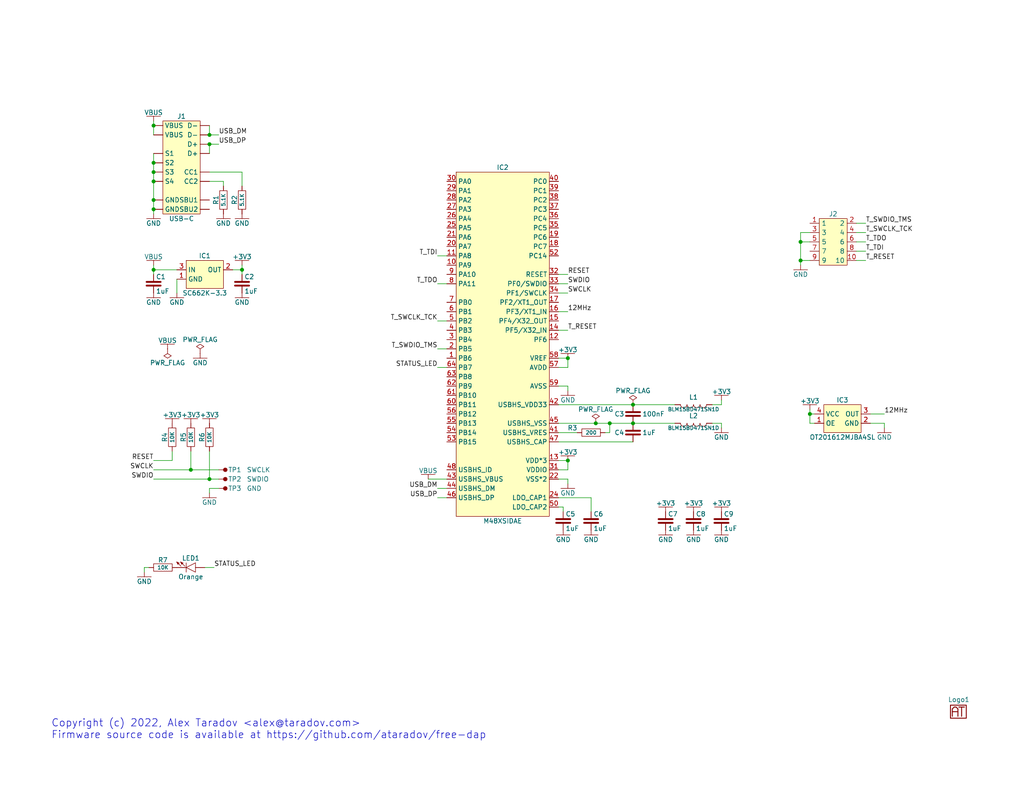
<source format=kicad_sch>
(kicad_sch (version 20211123) (generator eeschema)
  (paper "USLetter")
  (title_block (date "2022-07-20") (rev "1"))
  (lib_symbols
    (symbol "ataradov_conn:Conn-5x2" (pin_names (offset 0.635))
      (property "Reference" "J?" (at 0 7.62 0))
      (symbol "Conn-5x2_0_1"
        (rectangle (start -3.81 6.35) (end 3.81 -6.35) (fill (type background)))
      )
      (symbol "Conn-5x2_1_1"
        (pin passive line (at -6.35 5.08 0) (length 2.54) (name "1") (number "1"))
        (pin passive line (at 6.35 -5.08 180) (length 2.54) (name "10") (number "10"))
        (pin passive line (at 6.35 5.08 180) (length 2.54) (name "2") (number "2"))
        (pin passive line (at -6.35 2.54 0) (length 2.54) (name "3") (number "3"))
        (pin passive line (at 6.35 2.54 180) (length 2.54) (name "4") (number "4"))
        (pin passive line (at -6.35 0 0) (length 2.54) (name "5") (number "5"))
        (pin passive line (at 6.35 0 180) (length 2.54) (name "6") (number "6"))
        (pin passive line (at -6.35 -2.54 0) (length 2.54) (name "7") (number "7"))
        (pin passive line (at 6.35 -2.54 180) (length 2.54) (name "8") (number "8"))
        (pin passive line (at -6.35 -5.08 0) (length 2.54) (name "9") (number "9"))
      )
    )
    (symbol "ataradov_conn:USB-C" (pin_numbers hide)
      (property "Reference" "J?" (at 0 12.7 0))
      (property "Value" "USB-C" (at 0 -15.24 0))
      (symbol "USB-C_0_1"
        (rectangle (start -5.08 11.43) (end 5.08 -13.97) (fill (type background)))
      )
      (symbol "USB-C_1_1"
        (pin bidirectional line (at 7.62 -2.54 180) (length 2.54) (name "CC1") (number "CC1"))
        (pin bidirectional line (at 7.62 -5.08 180) (length 2.54) (name "CC2") (number "CC2"))
        (pin bidirectional line (at 7.62 5.08 180) (length 2.54) (name "D+") (number "D+1"))
        (pin bidirectional line (at 7.62 2.54 180) (length 2.54) (name "D+") (number "D+2"))
        (pin bidirectional line (at 7.62 10.16 180) (length 2.54) (name "D-") (number "D-1"))
        (pin bidirectional line (at 7.62 7.62 180) (length 2.54) (name "D-") (number "D-2"))
        (pin passive line (at -7.62 -10.16 0) (length 2.54) (name "GND") (number "GND1"))
        (pin passive line (at -7.62 -12.7 0) (length 2.54) (name "GND") (number "GND2"))
        (pin passive line (at -7.62 2.54 0) (length 2.54) (name "S1") (number "S1"))
        (pin passive line (at -7.62 0 0) (length 2.54) (name "S2") (number "S2"))
        (pin passive line (at -7.62 -2.54 0) (length 2.54) (name "S3") (number "S3"))
        (pin passive line (at -7.62 -5.08 0) (length 2.54) (name "S4") (number "S4"))
        (pin bidirectional line (at 7.62 -10.16 180) (length 2.54) (name "SBU1") (number "SBU1"))
        (pin bidirectional line (at 7.62 -12.7 180) (length 2.54) (name "SBU2") (number "SBU2"))
        (pin passive line (at -7.62 10.16 0) (length 2.54) (name "VBUS") (number "VBUS1"))
        (pin passive line (at -7.62 7.62 0) (length 2.54) (name "VBUS") (number "VBUS2"))
      )
    )
    (symbol "ataradov_crystal:DSC61XX-MHz"
      (property "Reference" "IC?" (at 0 3.81 0))
      (property "Value" "DSC61XX-MHz" (at 0 -6.35 0))
      (symbol "DSC61XX-MHz_0_1"
        (rectangle (start -5.08 2.54) (end 5.08 -5.08) (fill (type background)))
      )
      (symbol "DSC61XX-MHz_1_1"
        (pin passive line (at -7.62 -2.54 0) (length 2.54) (name "OE") (number "1"))
        (pin power_in line (at 7.62 -2.54 180) (length 2.54) (name "GND") (number "2"))
        (pin output line (at 7.62 0 180) (length 2.54) (name "OUT") (number "3"))
        (pin power_in line (at -7.62 0 0) (length 2.54) (name "VCC") (number "4"))
      )
    )
    (symbol "ataradov_led:LED" (pin_numbers hide) (pin_names (offset 1.016) hide)
      (property "Reference" "LED?" (at 0 2.54 0))
      (property "Value" "LED" (at 0 -2.54 0))
      (symbol "LED_0_1"
        (polyline (pts (xy 1.27 1.27) (xy 1.27 -1.27)))
        (polyline (pts (xy 2.1336 1.2192) (xy 2.4892 0.8636)))
        (polyline (pts (xy 2.794 1.524) (xy 2.2352 1.1684)))
        (polyline (pts (xy 2.794 1.524) (xy 2.4384 0.9652)))
        (polyline (pts (xy 3.2004 1.2192) (xy 3.556 0.8636)))
        (polyline (pts (xy 3.8608 1.524) (xy 3.302 1.1684)))
        (polyline (pts (xy 3.8608 1.524) (xy 3.4544 0.9652)))
        (polyline (pts (xy -1.27 1.27) (xy -1.27 -1.27) (xy 1.27 0) (xy -1.27 1.27)))
        (polyline (pts (xy 1.6256 0.3556) (xy 2.794 1.524) (xy 2.1336 1.2192) (xy 2.794 1.524) (xy 2.4892 0.8636)))
        (polyline (pts (xy 2.6924 0.3556) (xy 3.8608 1.524) (xy 3.2004 1.2192) (xy 3.8608 1.524) (xy 3.556 0.8636)))
      )
      (symbol "LED_1_1"
        (pin passive line (at -3.81 0 0) (length 2.54) (name "A") (number "1"))
        (pin passive line (at 3.81 0 180) (length 2.54) (name "K") (number "2"))
      )
    )
    (symbol "ataradov_mcu:M48XSIDAE"
      (property "Reference" "IC?" (at 0 44.45 0))
      (property "Value" "M48XSIDAE" (at 0 -52.07 0))
      (symbol "M48XSIDAE_1_0"
        (pin bidirectional line (at -15.24 -7.62 0) (length 2.54) (name "PB6") (number "1"))
        (pin bidirectional line (at -15.24 17.78 0) (length 2.54) (name "PA9") (number "10"))
        (pin bidirectional line (at -15.24 20.32 0) (length 2.54) (name "PA8") (number "11"))
        (pin bidirectional line (at 15.24 -2.54 180) (length 2.54) (name "PF6") (number "12"))
        (pin power_in line (at 15.24 -35.56 180) (length 2.54) (name "VDD*3") (number "13"))
        (pin bidirectional line (at 15.24 0 180) (length 2.54) (name "PF5/X32_IN") (number "14"))
        (pin bidirectional line (at 15.24 2.54 180) (length 2.54) (name "PF4/X32_OUT") (number "15"))
        (pin bidirectional line (at 15.24 5.08 180) (length 2.54) (name "PF3/XT1_IN") (number "16"))
        (pin bidirectional line (at 15.24 7.62 180) (length 2.54) (name "PF2/XT1_OUT") (number "17"))
        (pin bidirectional line (at 15.24 22.86 180) (length 2.54) (name "PC7") (number "18"))
        (pin bidirectional line (at 15.24 25.4 180) (length 2.54) (name "PC6") (number "19"))
        (pin bidirectional line (at -15.24 -5.08 0) (length 2.54) (name "PB5") (number "2"))
        (pin bidirectional line (at -15.24 22.86 0) (length 2.54) (name "PA7") (number "20"))
        (pin bidirectional line (at -15.24 25.4 0) (length 2.54) (name "PA6") (number "21"))
        (pin power_in line (at 15.24 -40.64 180) (length 2.54) (name "VSS*2") (number "22"))
        (pin power_in line (at 15.24 -35.56 180) (length 2.54) hide (name "VDD") (number "23"))
        (pin passive line (at 15.24 -45.72 180) (length 2.54) (name "LDO_CAP1") (number "24"))
        (pin bidirectional line (at -15.24 27.94 0) (length 2.54) (name "PA5") (number "25"))
        (pin bidirectional line (at -15.24 30.48 0) (length 2.54) (name "PA4") (number "26"))
        (pin bidirectional line (at -15.24 33.02 0) (length 2.54) (name "PA3") (number "27"))
        (pin bidirectional line (at -15.24 35.56 0) (length 2.54) (name "PA2") (number "28"))
        (pin bidirectional line (at -15.24 38.1 0) (length 2.54) (name "PA1") (number "29"))
        (pin bidirectional line (at -15.24 -2.54 0) (length 2.54) (name "PB4") (number "3"))
        (pin bidirectional line (at -15.24 40.64 0) (length 2.54) (name "PA0") (number "30"))
        (pin power_in line (at 15.24 -38.1 180) (length 2.54) (name "VDDIO") (number "31"))
        (pin input line (at 15.24 15.24 180) (length 2.54) (name "RESET") (number "32"))
        (pin bidirectional line (at 15.24 12.7 180) (length 2.54) (name "PF0/SWDIO") (number "33"))
        (pin bidirectional line (at 15.24 10.16 180) (length 2.54) (name "PF1/SWCLK") (number "34"))
        (pin bidirectional line (at 15.24 27.94 180) (length 2.54) (name "PC5") (number "35"))
        (pin bidirectional line (at 15.24 30.48 180) (length 2.54) (name "PC4") (number "36"))
        (pin bidirectional line (at 15.24 33.02 180) (length 2.54) (name "PC3") (number "37"))
        (pin bidirectional line (at 15.24 35.56 180) (length 2.54) (name "PC2") (number "38"))
        (pin bidirectional line (at 15.24 38.1 180) (length 2.54) (name "PC1") (number "39"))
        (pin bidirectional line (at -15.24 0 0) (length 2.54) (name "PB3") (number "4"))
        (pin bidirectional line (at 15.24 40.64 180) (length 2.54) (name "PC0") (number "40"))
        (pin passive line (at 15.24 -27.94 180) (length 2.54) (name "USBHS_VRES") (number "41"))
        (pin power_in line (at 15.24 -20.32 180) (length 2.54) (name "USBHS_VDD33") (number "42"))
        (pin input line (at -15.24 -40.64 0) (length 2.54) (name "USBHS_VBUS") (number "43"))
        (pin bidirectional line (at -15.24 -43.18 0) (length 2.54) (name "USBHS_DM") (number "44"))
        (pin power_in line (at 15.24 -25.4 180) (length 2.54) (name "USBHS_VSS") (number "45"))
        (pin bidirectional line (at -15.24 -45.72 0) (length 2.54) (name "USBHS_DP") (number "46"))
        (pin passive line (at 15.24 -30.48 180) (length 2.54) (name "USBHS_CAP") (number "47"))
        (pin bidirectional line (at -15.24 -38.1 0) (length 2.54) (name "USBHS_ID") (number "48"))
        (pin power_in line (at 15.24 -40.64 180) (length 2.54) hide (name "VSS") (number "49"))
        (pin bidirectional line (at -15.24 2.54 0) (length 2.54) (name "PB2") (number "5"))
        (pin passive line (at 15.24 -48.26 180) (length 2.54) (name "LDO_CAP2") (number "50"))
        (pin power_in line (at 15.24 -35.56 180) (length 2.54) hide (name "VDD") (number "51"))
        (pin bidirectional line (at 15.24 20.32 180) (length 2.54) (name "PC14") (number "52"))
        (pin bidirectional line (at -15.24 -30.48 0) (length 2.54) (name "PB15") (number "53"))
        (pin bidirectional line (at -15.24 -27.94 0) (length 2.54) (name "PB14") (number "54"))
        (pin bidirectional line (at -15.24 -25.4 0) (length 2.54) (name "PB13") (number "55"))
        (pin bidirectional line (at -15.24 -22.86 0) (length 2.54) (name "PB12") (number "56"))
        (pin power_in line (at 15.24 -10.16 180) (length 2.54) (name "AVDD") (number "57"))
        (pin power_in line (at 15.24 -7.62 180) (length 2.54) (name "VREF") (number "58"))
        (pin power_in line (at 15.24 -15.24 180) (length 2.54) (name "AVSS") (number "59"))
        (pin bidirectional line (at -15.24 5.08 0) (length 2.54) (name "PB1") (number "6"))
        (pin bidirectional line (at -15.24 -20.32 0) (length 2.54) (name "PB11") (number "60"))
        (pin bidirectional line (at -15.24 -17.78 0) (length 2.54) (name "PB10") (number "61"))
        (pin bidirectional line (at -15.24 -15.24 0) (length 2.54) (name "PB9") (number "62"))
        (pin bidirectional line (at -15.24 -12.7 0) (length 2.54) (name "PB8") (number "63"))
        (pin bidirectional line (at -15.24 -10.16 0) (length 2.54) (name "PB7") (number "64"))
        (pin bidirectional line (at -15.24 7.62 0) (length 2.54) (name "PB0") (number "7"))
        (pin bidirectional line (at -15.24 12.7 0) (length 2.54) (name "PA11") (number "8"))
        (pin bidirectional line (at -15.24 15.24 0) (length 2.54) (name "PA10") (number "9"))
      )
      (symbol "M48XSIDAE_1_1"
        (rectangle (start -12.7 43.18) (end 12.7 -50.8) (fill (type background)))
      )
    )
    (symbol "ataradov_misc:Logo" (pin_numbers hide) (pin_names (offset 0) hide)
      (property "Reference" "Logo?" (at 0 3.302 0))
      (symbol "Logo_0_1"
        (rectangle (start -2.286 1.778) (end 2.032 -1.778) (stroke (width 0.254)))
        (polyline (pts (xy -1.778 0) (xy -0.254 0)) (stroke (width 0.254)))
        (polyline (pts (xy -1.778 0.762) (xy -1.778 -1.27)) (stroke (width 0.254)))
        (polyline (pts (xy -1.778 0.762) (xy -1.27 1.27)) (stroke (width 0.254)))
        (polyline (pts (xy -1.27 1.27) (xy -0.762 1.27)) (stroke (width 0.254)))
        (polyline (pts (xy -0.254 0.762) (xy -0.762 1.27)) (stroke (width 0.254)))
        (polyline (pts (xy -0.254 0.762) (xy -0.254 -1.27)) (stroke (width 0.254)))
        (polyline (pts (xy 0 1.27) (xy 1.524 1.27)) (stroke (width 0.254)))
        (polyline (pts (xy 0.762 1.27) (xy 0.762 -1.27)) (stroke (width 0.254)))
      )
    )
    (symbol "ataradov_misc:TestPoint" (pin_numbers hide) (pin_names hide)
      (property "Reference" "TP?" (at 2.54 0 0))
      (property "Value" "TestPoint" (at 7.62 0 0))
      (symbol "TestPoint_0_1"
        (circle (center 1.778 0) (radius 0.508) (fill (type outline)))
      )
      (symbol "TestPoint_1_1"
        (pin passive line (at 0 0 0) (length 1.78) (name "1") (number "1"))
      )
    )
    (symbol "ataradov_pwr:+3V3" (power) (pin_names (offset 0))
      (property "Value" "+3V3" (at 0 2.286 0))
      (symbol "+3V3_0_1"
        (polyline (pts (xy -1.905 1.27) (xy 0 1.27)))
        (polyline (pts (xy 0 0) (xy 0 1.27)))
        (polyline (pts (xy 0 1.27) (xy 1.905 1.27)))
      )
      (symbol "+3V3_1_1"
        (pin power_in line (at 0 0 90) (length 0) hide (name "+3V3") (number "1"))
      )
    )
    (symbol "ataradov_pwr:GND" (power) (pin_names (offset 0))
      (property "Value" "GND" (at 0 -2.54 0))
      (symbol "GND_0_1"
        (polyline (pts (xy -1.905 -1.27) (xy 1.905 -1.27)))
        (polyline (pts (xy 0 0) (xy 0 -1.27)))
      )
      (symbol "GND_1_1"
        (pin power_in line (at 0 0 270) (length 0) hide (name "GND") (number "1"))
      )
    )
    (symbol "ataradov_pwr:VBUS" (power) (pin_names (offset 0))
      (property "Value" "VBUS" (at 0 2.286 0))
      (symbol "VBUS_0_1"
        (polyline (pts (xy -1.905 1.27) (xy 0 1.27)))
        (polyline (pts (xy 0 0) (xy 0 1.27)))
        (polyline (pts (xy 0 1.27) (xy 1.905 1.27)))
      )
      (symbol "VBUS_1_1"
        (pin power_in line (at 0 0 90) (length 0) hide (name "VBUS") (number "1"))
      )
    )
    (symbol "ataradov_rlc:C" (pin_numbers hide) (pin_names hide)
      (property "Reference" "C?" (at 0.635 1.905 0))
      (property "Value" "C" (at 0.635 -2.032 0))
      (symbol "C_0_1"
        (polyline (pts (xy -1.905 -0.508) (xy 1.905 -0.508)) (stroke (width 0.5)))
        (polyline (pts (xy -1.905 0.508) (xy 1.905 0.508)) (stroke (width 0.5)))
      )
      (symbol "C_1_1"
        (pin passive line (at 0 -2.54 90) (length 1.905) (name "1") (number "1"))
        (pin passive line (at 0 2.54 270) (length 1.905) (name "2") (number "2"))
      )
    )
    (symbol "ataradov_rlc:L" (pin_numbers hide) (pin_names hide)
      (property "Reference" "L?" (at 0 2.032 0))
      (property "Value" "L" (at 0 -1.27 0))
      (symbol "L_0_1"
        (arc (start -3.556 0.0114) (mid -2.6731 -0.9431) (end -1.778 0))
        (arc (start -1.778 0) (mid -0.883 -0.9344) (end 0 0.0113))
        (arc (start 0 0.0114) (mid 0.8829 -0.9478) (end 1.778 0))
        (arc (start 1.778 0) (mid 2.6731 -0.9415) (end 3.556 0.0113))
      )
      (symbol "L_1_1"
        (pin passive line (at -5.08 0 0) (length 1.52) (name "1") (number "1"))
        (pin passive line (at 5.08 0 180) (length 1.52) (name "2") (number "2"))
      )
    )
    (symbol "ataradov_rlc:R" (pin_numbers hide) (pin_names hide)
      (property "Reference" "R?" (at 0 2.032 0))
      (property "Value" "R" (at 0 0 0))
      (symbol "R_0_1"
        (rectangle (start -2.54 1.016) (end 2.54 -1.016))
      )
      (symbol "R_1_1"
        (pin passive line (at -3.81 0 0) (length 1.27) (name "1") (number "1"))
        (pin passive line (at 3.81 0 180) (length 1.27) (name "2") (number "2"))
      )
    )
    (symbol "ataradov_vreg:SC662K"
      (property "Reference" "IC?" (at 0 6.35 0))
      (property "Value" "SC662K" (at 0 -3.81 0))
      (symbol "SC662K_0_1"
        (rectangle (start -5.08 5.08) (end 5.08 -2.54) (fill (type background)))
      )
      (symbol "SC662K_1_1"
        (pin power_in line (at -7.62 0 0) (length 2.54) (name "GND") (number "1"))
        (pin power_out line (at 7.62 2.54 180) (length 2.54) (name "OUT") (number "2"))
        (pin power_in line (at -7.62 2.54 0) (length 2.54) (name "IN") (number "3"))
      )
    )
    (symbol "power:PWR_FLAG" (power) (pin_numbers hide) (pin_names (offset 0) hide)
      (property "Value" "PWR_FLAG" (at 0 3.81 0))
      (symbol "PWR_FLAG_0_0"
        (pin power_out line (at 0 0 90) (length 0) (name "pwr") (number "1"))
      )
      (symbol "PWR_FLAG_0_1"
        (polyline (pts (xy 0 0) (xy 0 1.27) (xy -1.016 1.905) (xy 0 2.54) (xy 1.016 1.905) (xy 0 1.27)))
      )
    )
  )
  (junction (at 154.94 125.73))
  (junction (at 57.15 130.81))
  (junction (at 41.91 34.29))
  (junction (at 41.91 46.99))
  (junction (at 218.44 66.04))
  (junction (at 172.72 110.49))
  (junction (at 220.98 113.03))
  (junction (at 41.91 54.61))
  (junction (at 172.72 115.57))
  (junction (at 41.91 57.15))
  (junction (at 166.37 115.57))
  (junction (at 162.56 115.57))
  (junction (at 218.44 71.12))
  (junction (at 57.15 39.37))
  (junction (at 66.04 73.66))
  (junction (at 41.91 73.66))
  (junction (at 41.91 49.53))
  (junction (at 154.94 97.79))
  (junction (at 41.91 44.45))
  (junction (at 57.15 36.83))
  (junction (at 52.07 128.27))
  (wire (pts (xy 121.92 87.63) (xy 119.38 87.63)))
  (wire (pts (xy 162.56 115.57) (xy 166.37 115.57)))
  (wire (pts (xy 41.91 74.93) (xy 41.91 73.66)))
  (wire (pts (xy 121.92 100.33) (xy 119.38 100.33)))
  (wire (pts (xy 152.4 105.41) (xy 154.94 105.41)))
  (wire (pts (xy 218.44 66.04) (xy 218.44 63.5)))
  (wire (pts (xy 41.91 44.45) (xy 41.91 46.99)))
  (wire (pts (xy 220.98 111.76) (xy 220.98 113.03)))
  (wire (pts (xy 57.15 34.29) (xy 57.15 36.83)))
  (wire (pts (xy 52.07 123.19) (xy 52.07 128.27)))
  (wire (pts (xy 41.91 54.61) (xy 41.91 57.15)))
  (wire (pts (xy 152.4 85.09) (xy 154.94 85.09)))
  (wire (pts (xy 121.92 77.47) (xy 119.38 77.47)))
  (wire (pts (xy 233.68 63.5) (xy 236.22 63.5)))
  (wire (pts (xy 116.84 130.81) (xy 121.92 130.81)))
  (wire (pts (xy 52.07 128.27) (xy 59.69 128.27)))
  (wire (pts (xy 152.4 135.89) (xy 161.29 135.89)))
  (wire (pts (xy 57.15 39.37) (xy 59.69 39.37)))
  (wire (pts (xy 121.92 95.25) (xy 119.38 95.25)))
  (wire (pts (xy 41.91 73.66) (xy 48.26 73.66)))
  (wire (pts (xy 153.67 138.43) (xy 153.67 139.7)))
  (wire (pts (xy 172.72 110.49) (xy 184.15 110.49)))
  (wire (pts (xy 60.96 49.53) (xy 60.96 50.8)))
  (wire (pts (xy 48.26 76.2) (xy 48.26 80.01)))
  (wire (pts (xy 57.15 123.19) (xy 57.15 130.81)))
  (wire (pts (xy 152.4 125.73) (xy 154.94 125.73)))
  (wire (pts (xy 152.4 110.49) (xy 172.72 110.49)))
  (wire (pts (xy 152.4 74.93) (xy 154.94 74.93)))
  (wire (pts (xy 152.4 120.65) (xy 172.72 120.65)))
  (wire (pts (xy 241.3 115.57) (xy 241.3 116.84)))
  (wire (pts (xy 152.4 138.43) (xy 153.67 138.43)))
  (wire (pts (xy 154.94 97.79) (xy 154.94 100.33)))
  (wire (pts (xy 63.5 73.66) (xy 66.04 73.66)))
  (wire (pts (xy 41.91 130.81) (xy 57.15 130.81)))
  (wire (pts (xy 152.4 118.11) (xy 157.48 118.11)))
  (wire (pts (xy 57.15 134.62) (xy 57.15 133.35)))
  (wire (pts (xy 218.44 71.12) (xy 220.98 71.12)))
  (wire (pts (xy 57.15 130.81) (xy 59.69 130.81)))
  (wire (pts (xy 152.4 80.01) (xy 154.94 80.01)))
  (wire (pts (xy 39.37 154.94) (xy 40.64 154.94)))
  (wire (pts (xy 66.04 74.93) (xy 66.04 73.66)))
  (wire (pts (xy 218.44 66.04) (xy 220.98 66.04)))
  (wire (pts (xy 194.31 110.49) (xy 196.85 110.49)))
  (wire (pts (xy 194.31 115.57) (xy 196.85 115.57)))
  (wire (pts (xy 196.85 116.84) (xy 196.85 115.57)))
  (wire (pts (xy 57.15 46.99) (xy 66.04 46.99)))
  (wire (pts (xy 220.98 113.03) (xy 220.98 115.57)))
  (wire (pts (xy 154.94 105.41) (xy 154.94 106.68)))
  (wire (pts (xy 66.04 46.99) (xy 66.04 50.8)))
  (wire (pts (xy 152.4 130.81) (xy 154.94 130.81)))
  (wire (pts (xy 154.94 130.81) (xy 154.94 132.08)))
  (wire (pts (xy 218.44 72.39) (xy 218.44 71.12)))
  (wire (pts (xy 165.1 118.11) (xy 166.37 118.11)))
  (wire (pts (xy 237.49 113.03) (xy 241.3 113.03)))
  (wire (pts (xy 233.68 71.12) (xy 236.22 71.12)))
  (wire (pts (xy 41.91 125.73) (xy 46.99 125.73)))
  (wire (pts (xy 172.72 115.57) (xy 184.15 115.57)))
  (wire (pts (xy 218.44 63.5) (xy 220.98 63.5)))
  (wire (pts (xy 152.4 97.79) (xy 154.94 97.79)))
  (wire (pts (xy 57.15 36.83) (xy 59.69 36.83)))
  (wire (pts (xy 39.37 156.21) (xy 39.37 154.94)))
  (wire (pts (xy 41.91 72.39) (xy 41.91 73.66)))
  (wire (pts (xy 41.91 57.15) (xy 41.91 58.42)))
  (wire (pts (xy 154.94 125.73) (xy 154.94 128.27)))
  (wire (pts (xy 121.92 69.85) (xy 119.38 69.85)))
  (wire (pts (xy 119.38 133.35) (xy 121.92 133.35)))
  (wire (pts (xy 152.4 77.47) (xy 154.94 77.47)))
  (wire (pts (xy 41.91 34.29) (xy 41.91 36.83)))
  (wire (pts (xy 55.88 154.94) (xy 58.42 154.94)))
  (wire (pts (xy 233.68 66.04) (xy 236.22 66.04)))
  (wire (pts (xy 57.15 39.37) (xy 57.15 41.91)))
  (wire (pts (xy 166.37 115.57) (xy 166.37 118.11)))
  (wire (pts (xy 222.25 115.57) (xy 220.98 115.57)))
  (wire (pts (xy 152.4 115.57) (xy 162.56 115.57)))
  (wire (pts (xy 46.99 125.73) (xy 46.99 123.19)))
  (wire (pts (xy 152.4 90.17) (xy 154.94 90.17)))
  (wire (pts (xy 222.25 113.03) (xy 220.98 113.03)))
  (wire (pts (xy 41.91 46.99) (xy 41.91 49.53)))
  (wire (pts (xy 66.04 72.39) (xy 66.04 73.66)))
  (wire (pts (xy 237.49 115.57) (xy 241.3 115.57)))
  (wire (pts (xy 233.68 68.58) (xy 236.22 68.58)))
  (wire (pts (xy 166.37 115.57) (xy 172.72 115.57)))
  (wire (pts (xy 152.4 100.33) (xy 154.94 100.33)))
  (wire (pts (xy 57.15 49.53) (xy 60.96 49.53)))
  (wire (pts (xy 41.91 49.53) (xy 41.91 54.61)))
  (wire (pts (xy 161.29 135.89) (xy 161.29 139.7)))
  (wire (pts (xy 152.4 128.27) (xy 154.94 128.27)))
  (wire (pts (xy 196.85 109.22) (xy 196.85 110.49)))
  (wire (pts (xy 57.15 133.35) (xy 59.69 133.35)))
  (wire (pts (xy 41.91 41.91) (xy 41.91 44.45)))
  (wire (pts (xy 233.68 60.96) (xy 236.22 60.96)))
  (wire (pts (xy 41.91 33.02) (xy 41.91 34.29)))
  (wire (pts (xy 41.91 128.27) (xy 52.07 128.27)))
  (wire (pts (xy 218.44 71.12) (xy 218.44 66.04)))
  (wire (pts (xy 119.38 135.89) (xy 121.92 135.89)))
  (text "Copyright (c) 2022, Alex Taradov <alex@taradov.com>\nFirmware source code is available at https://github.com/ataradov/free-dap" (at 13.97 201.93 0) (effects (font (size 2 2)) (justify left bottom)))
  (label "12MHz" (at 154.94 85.09 0))
  (label "SWCLK" (at 154.94 80.01 0))
  (label "T_SWCLK_TCK" (at 236.22 63.5 0))
  (label "USB_DP" (at 59.69 39.37 0))
  (label "USB_DP" (at 119.38 135.89 180))
  (label "T_RESET" (at 236.22 71.12 0))
  (label "T_SWDIO_TMS" (at 236.22 60.96 0))
  (label "USB_DM" (at 59.69 36.83 0))
  (label "RESET" (at 41.91 125.73 180))
  (label "SWCLK" (at 41.91 128.27 180))
  (label "SWDIO" (at 41.91 130.81 180))
  (label "12MHz" (at 241.3 113.03 0))
  (label "T_RESET" (at 154.94 90.17 0))
  (label "T_SWCLK_TCK" (at 119.38 87.63 180))
  (label "T_TDO" (at 119.38 77.47 180))
  (label "T_TDI" (at 236.22 68.58 0))
  (label "T_TDO" (at 236.22 66.04 0))
  (label "STATUS_LED" (at 58.42 154.94 0))
  (label "STATUS_LED" (at 119.38 100.33 180))
  (label "T_TDI" (at 119.38 69.85 180))
  (label "SWDIO" (at 154.94 77.47 0))
  (label "USB_DM" (at 119.38 133.35 180))
  (label "RESET" (at 154.94 74.93 0))
  (label "T_SWDIO_TMS" (at 119.38 95.25 180))
  (symbol (lib_id "ataradov_conn:Conn-5x2") (at 227.33 66.04 0) (unit 1)
    (property "Reference" "J2" (at 227.33 58.42 0))
    (property "Value" "Conn-5x2" (effects hide))
    (property "Footprint" "ataradov_conn:Header-5x2-1.27mm" (effects hide))
  )
  (symbol (lib_id "ataradov_rlc:C") (at 66.04 77.47 0) (unit 1)
    (property "Reference" "C2" (at 66.675 75.565 0) (effects (justify left)))
    (property "Value" "1uF" (at 66.675 79.502 0) (effects (justify left)))
    (property "Footprint" "ataradov_smd:0603" (effects hide))
  )
  (symbol (lib_id "ataradov_pwr:GND") (at 39.37 156.21 0) (unit 1)
    (property "Reference" "#PWR034" (effects hide))
    (property "Value" "GND" (at 39.37 158.75 0))
  )
  (symbol (lib_id "ataradov_rlc:L") (at 189.23 115.57 0) (unit 1)
    (property "Reference" "L2" (at 189.23 113.538 0))
    (property "Value" "BLM15BD471SN1D" (at 189.23 116.84 0) (effects (font (size 1.016 1.016))))
    (property "Footprint" "ataradov_smd:0402" (effects hide))
  )
  (symbol (lib_id "ataradov_rlc:C") (at 172.72 118.11 0) (unit 1)
    (property "Reference" "C4" (at 167.64 118.11 0) (effects (justify left)))
    (property "Value" "1uF" (at 175.26 118.11 0) (effects (justify left)))
    (property "Footprint" "ataradov_smd:0402" (effects hide))
  )
  (symbol (lib_id "ataradov_rlc:C") (at 161.29 142.24 0) (unit 1)
    (property "Reference" "C6" (at 161.925 140.335 0) (effects (justify left)))
    (property "Value" "1uF" (at 161.925 144.272 0) (effects (justify left)))
    (property "Footprint" "ataradov_smd:0402" (effects hide))
  )
  (symbol (lib_id "ataradov_pwr:GND") (at 189.23 144.78 0) (unit 1)
    (property "Reference" "#PWR032" (effects hide))
    (property "Value" "GND" (at 189.23 147.32 0))
  )
  (symbol (lib_id "ataradov_pwr:+3V3") (at 154.94 97.79 0) (unit 1)
    (property "Reference" "#PWR013" (effects hide))
    (property "Value" "+3V3" (at 154.94 95.504 0))
  )
  (symbol (lib_id "ataradov_rlc:C") (at 153.67 142.24 0) (unit 1)
    (property "Reference" "C5" (at 154.305 140.335 0) (effects (justify left)))
    (property "Value" "1uF" (at 154.305 144.272 0) (effects (justify left)))
    (property "Footprint" "ataradov_smd:0402" (effects hide))
  )
  (symbol (lib_id "ataradov_pwr:GND") (at 66.04 80.01 0) (unit 1)
    (property "Reference" "#PWR010" (effects hide))
    (property "Value" "GND" (at 66.04 82.55 0))
  )
  (symbol (lib_id "ataradov_pwr:GND") (at 66.04 58.42 0) (unit 1)
    (property "Reference" "#PWR04" (effects hide))
    (property "Value" "GND" (at 66.04 60.96 0))
  )
  (symbol (lib_id "ataradov_pwr:GND") (at 161.29 144.78 0) (unit 1)
    (property "Reference" "#PWR030" (effects hide))
    (property "Value" "GND" (at 161.29 147.32 0))
  )
  (symbol (lib_id "ataradov_misc:TestPoint") (at 59.69 133.35 0) (unit 1)
    (property "Reference" "TP3" (at 62.23 133.35 0) (effects (justify left)))
    (property "Value" "GND" (at 67.31 133.35 0) (effects (justify left)))
    (property "Footprint" "ataradov_misc:TestPoint-1.27mm-Small" (effects hide))
  )
  (symbol (lib_id "ataradov_pwr:+3V3") (at 196.85 139.7 0) (unit 1)
    (property "Reference" "#PWR028" (effects hide))
    (property "Value" "+3V3" (at 196.85 137.414 0))
  )
  (symbol (lib_id "power:PWR_FLAG") (at 172.72 110.49 0) (unit 1)
    (property "Reference" "#FLG0101" (effects hide))
    (property "Value" "PWR_FLAG" (at 172.72 106.68 0))
  )
  (symbol (lib_id "ataradov_pwr:+3V3") (at 196.85 109.22 0) (unit 1)
    (property "Reference" "#PWR015" (effects hide))
    (property "Value" "+3V3" (at 196.85 106.934 0))
  )
  (symbol (lib_id "ataradov_pwr:+3V3") (at 46.99 115.57 0) (unit 1)
    (property "Reference" "#PWR017" (effects hide))
    (property "Value" "+3V3" (at 46.99 113.284 0))
  )
  (symbol (lib_id "ataradov_pwr:VBUS") (at 116.84 130.81 0) (unit 1)
    (property "Reference" "#PWR023" (effects hide))
    (property "Value" "VBUS" (at 116.84 128.524 0))
  )
  (symbol (lib_id "ataradov_rlc:C") (at 181.61 142.24 0) (unit 1)
    (property "Reference" "C7" (at 182.245 140.335 0) (effects (justify left)))
    (property "Value" "1uF" (at 182.245 144.272 0) (effects (justify left)))
    (property "Footprint" "ataradov_smd:0603" (effects hide))
  )
  (symbol (lib_id "ataradov_rlc:R") (at 52.07 119.38 90) (unit 1)
    (property "Reference" "R5" (at 50.038 119.38 0))
    (property "Value" "10K" (at 52.07 119.38 0) (effects (font (size 1.016 1.016))))
    (property "Footprint" "ataradov_smd:0603" (effects hide))
  )
  (symbol (lib_id "ataradov_rlc:C") (at 196.85 142.24 0) (unit 1)
    (property "Reference" "C9" (at 197.485 140.335 0) (effects (justify left)))
    (property "Value" "1uF" (at 197.485 144.272 0) (effects (justify left)))
    (property "Footprint" "ataradov_smd:0603" (effects hide))
  )
  (symbol (lib_id "ataradov_rlc:R") (at 57.15 119.38 90) (unit 1)
    (property "Reference" "R6" (at 55.118 119.38 0))
    (property "Value" "10K" (at 57.15 119.38 0) (effects (font (size 1.016 1.016))))
    (property "Footprint" "ataradov_smd:0603" (effects hide))
  )
  (symbol (lib_id "ataradov_pwr:+3V3") (at 154.94 125.73 0) (unit 1)
    (property "Reference" "#PWR022" (effects hide))
    (property "Value" "+3V3" (at 154.94 123.444 0))
  )
  (symbol (lib_id "ataradov_pwr:GND") (at 60.96 58.42 0) (unit 1)
    (property "Reference" "#PWR03" (effects hide))
    (property "Value" "GND" (at 60.96 60.96 0))
  )
  (symbol (lib_id "ataradov_pwr:GND") (at 218.44 72.39 0) (unit 1)
    (property "Reference" "#PWR07" (effects hide))
    (property "Value" "GND" (at 218.44 74.93 0))
  )
  (symbol (lib_id "ataradov_misc:TestPoint") (at 59.69 130.81 0) (unit 1)
    (property "Reference" "TP2" (at 62.23 130.81 0) (effects (justify left)))
    (property "Value" "SWDIO" (at 67.31 130.81 0) (effects (justify left)))
    (property "Footprint" "ataradov_misc:TestPoint-1.27mm-Small" (effects hide))
  )
  (symbol (lib_id "power:PWR_FLAG") (at 45.72 95.25 180) (unit 1)
    (property "Reference" "#FLG01" (effects hide))
    (property "Value" "PWR_FLAG" (at 45.72 99.06 0))
  )
  (symbol (lib_id "ataradov_pwr:+3V3") (at 66.04 72.39 0) (unit 1)
    (property "Reference" "#PWR06" (effects hide))
    (property "Value" "+3V3" (at 66.04 70.104 0))
  )
  (symbol (lib_id "ataradov_led:LED") (at 52.07 154.94 0) (mirror y) (unit 1)
    (property "Reference" "LED1" (at 52.07 152.4 0))
    (property "Value" "Orange" (at 52.07 157.48 0))
    (property "Footprint" "ataradov_smd:0603" (effects hide))
  )
  (symbol (lib_id "ataradov_pwr:GND") (at 57.15 134.62 0) (unit 1)
    (property "Reference" "#PWR025" (effects hide))
    (property "Value" "GND" (at 57.15 137.16 0))
  )
  (symbol (lib_id "ataradov_pwr:GND") (at 41.91 80.01 0) (unit 1)
    (property "Reference" "#PWR08" (effects hide))
    (property "Value" "GND" (at 41.91 82.55 0))
  )
  (symbol (lib_id "ataradov_pwr:VBUS") (at 45.72 95.25 0) (unit 1)
    (property "Reference" "#PWR011" (effects hide))
    (property "Value" "VBUS" (at 45.72 92.964 0))
  )
  (symbol (lib_id "ataradov_pwr:GND") (at 153.67 144.78 0) (unit 1)
    (property "Reference" "#PWR029" (effects hide))
    (property "Value" "GND" (at 153.67 147.32 0))
  )
  (symbol (lib_id "ataradov_pwr:+3V3") (at 220.98 111.76 0) (unit 1)
    (property "Reference" "#PWR016" (effects hide))
    (property "Value" "+3V3" (at 220.98 109.474 0))
  )
  (symbol (lib_id "ataradov_pwr:GND") (at 154.94 132.08 0) (unit 1)
    (property "Reference" "#PWR024" (effects hide))
    (property "Value" "GND" (at 154.94 134.62 0))
  )
  (symbol (lib_id "ataradov_pwr:+3V3") (at 181.61 139.7 0) (unit 1)
    (property "Reference" "#PWR026" (effects hide))
    (property "Value" "+3V3" (at 181.61 137.414 0))
  )
  (symbol (lib_id "ataradov_rlc:R") (at 60.96 54.61 90) (unit 1)
    (property "Reference" "R1" (at 58.928 54.61 0))
    (property "Value" "5.1K" (at 60.96 54.61 0) (effects (font (size 1.016 1.016))))
    (property "Footprint" "ataradov_smd:0603" (effects hide))
  )
  (symbol (lib_id "ataradov_pwr:GND") (at 154.94 106.68 0) (unit 1)
    (property "Reference" "#PWR014" (effects hide))
    (property "Value" "GND" (at 154.94 109.22 0))
  )
  (symbol (lib_id "ataradov_conn:USB-C") (at 49.53 44.45 0) (unit 1)
    (property "Reference" "J1" (at 49.53 31.75 0))
    (property "Value" "USB-C" (at 49.53 59.69 0))
    (property "Footprint" "ataradov_conn:USB-C" (effects hide))
  )
  (symbol (lib_id "ataradov_pwr:GND") (at 54.61 96.52 0) (unit 1)
    (property "Reference" "#PWR012" (effects hide))
    (property "Value" "GND" (at 54.61 99.06 0))
  )
  (symbol (lib_id "ataradov_mcu:M48XSIDAE") (at 137.16 90.17 0) (unit 1)
    (property "Reference" "IC2" (at 137.16 45.72 0))
    (property "Value" "M48XSIDAE" (at 137.16 142.24 0))
    (property "Footprint" "ataradov_ic:TQFP-64-0.4mm" (effects hide))
  )
  (symbol (lib_id "ataradov_rlc:L") (at 189.23 110.49 0) (unit 1)
    (property "Reference" "L1" (at 189.23 108.458 0))
    (property "Value" "BLM15BD471SN1D" (at 189.23 111.76 0) (effects (font (size 1.016 1.016))))
    (property "Footprint" "ataradov_smd:0402" (effects hide))
  )
  (symbol (lib_id "ataradov_pwr:GND") (at 196.85 144.78 0) (unit 1)
    (property "Reference" "#PWR033" (effects hide))
    (property "Value" "GND" (at 196.85 147.32 0))
  )
  (symbol (lib_id "ataradov_rlc:R") (at 66.04 54.61 90) (unit 1)
    (property "Reference" "R2" (at 64.008 54.61 0))
    (property "Value" "5.1K" (at 66.04 54.61 0) (effects (font (size 1.016 1.016))))
    (property "Footprint" "ataradov_smd:0603" (effects hide))
  )
  (symbol (lib_id "ataradov_rlc:R") (at 44.45 154.94 0) (unit 1)
    (property "Reference" "R7" (at 44.45 152.908 0))
    (property "Value" "10K" (at 44.45 154.94 0) (effects (font (size 1.016 1.016))))
    (property "Footprint" "ataradov_smd:0603" (effects hide))
  )
  (symbol (lib_id "ataradov_misc:Logo") (at 261.62 194.31 0) (unit 1)
    (property "Reference" "Logo1" (at 261.62 191.008 0))
    (property "Value" "Logo" (effects hide))
    (property "Footprint" "ataradov_misc:Logo-Small" (effects hide))
  )
  (symbol (lib_id "ataradov_pwr:GND") (at 48.26 80.01 0) (unit 1)
    (property "Reference" "#PWR09" (effects hide))
    (property "Value" "GND" (at 48.26 82.55 0))
  )
  (symbol (lib_id "ataradov_rlc:R") (at 46.99 119.38 90) (unit 1)
    (property "Reference" "R4" (at 44.958 119.38 0))
    (property "Value" "10K" (at 46.99 119.38 0) (effects (font (size 1.016 1.016))))
    (property "Footprint" "ataradov_smd:0603" (effects hide))
  )
  (symbol (lib_id "ataradov_pwr:GND") (at 181.61 144.78 0) (unit 1)
    (property "Reference" "#PWR031" (effects hide))
    (property "Value" "GND" (at 181.61 147.32 0))
  )
  (symbol (lib_id "ataradov_pwr:GND") (at 196.85 116.84 0) (unit 1)
    (property "Reference" "#PWR020" (effects hide))
    (property "Value" "GND" (at 196.85 119.38 0))
  )
  (symbol (lib_id "ataradov_misc:TestPoint") (at 59.69 128.27 0) (unit 1)
    (property "Reference" "TP1" (at 62.23 128.27 0) (effects (justify left)))
    (property "Value" "SWCLK" (at 67.31 128.27 0) (effects (justify left)))
    (property "Footprint" "ataradov_misc:TestPoint-1.27mm-Small" (effects hide))
  )
  (symbol (lib_id "ataradov_pwr:GND") (at 41.91 58.42 0) (unit 1)
    (property "Reference" "#PWR02" (effects hide))
    (property "Value" "GND" (at 41.91 60.96 0))
  )
  (symbol (lib_id "power:PWR_FLAG") (at 162.56 115.57 0) (unit 1)
    (property "Reference" "#FLG0102" (effects hide))
    (property "Value" "PWR_FLAG" (at 162.56 111.76 0))
  )
  (symbol (lib_id "ataradov_rlc:R") (at 161.29 118.11 0) (unit 1)
    (property "Reference" "R3" (at 156.21 116.84 0))
    (property "Value" "200" (at 161.29 118.11 0) (effects (font (size 1.016 1.016))))
    (property "Footprint" "ataradov_smd:0402" (effects hide))
  )
  (symbol (lib_id "ataradov_rlc:C") (at 41.91 77.47 0) (unit 1)
    (property "Reference" "C1" (at 42.545 75.565 0) (effects (justify left)))
    (property "Value" "1uF" (at 42.545 79.502 0) (effects (justify left)))
    (property "Footprint" "ataradov_smd:0603" (effects hide))
  )
  (symbol (lib_id "ataradov_pwr:+3V3") (at 57.15 115.57 0) (unit 1)
    (property "Reference" "#PWR019" (effects hide))
    (property "Value" "+3V3" (at 57.15 113.284 0))
  )
  (symbol (lib_id "ataradov_vreg:SC662K") (at 55.88 76.2 0) (unit 1)
    (property "Reference" "IC1" (at 55.88 69.85 0))
    (property "Value" "SC662K-3.3" (at 55.88 80.01 0))
    (property "Footprint" "ataradov_ic:SOT-23" (effects hide))
  )
  (symbol (lib_id "ataradov_pwr:VBUS") (at 41.91 33.02 0) (unit 1)
    (property "Reference" "#PWR01" (effects hide))
    (property "Value" "VBUS" (at 41.91 30.734 0))
  )
  (symbol (lib_id "ataradov_pwr:+3V3") (at 189.23 139.7 0) (unit 1)
    (property "Reference" "#PWR027" (effects hide))
    (property "Value" "+3V3" (at 189.23 137.414 0))
  )
  (symbol (lib_id "ataradov_rlc:C") (at 172.72 113.03 0) (unit 1)
    (property "Reference" "C3" (at 167.64 113.03 0) (effects (justify left)))
    (property "Value" "100nF" (at 175.26 113.03 0) (effects (justify left)))
    (property "Footprint" "ataradov_smd:0402" (effects hide))
  )
  (symbol (lib_id "ataradov_pwr:GND") (at 241.3 116.84 0) (unit 1)
    (property "Reference" "#PWR021" (effects hide))
    (property "Value" "GND" (at 241.3 119.38 0))
  )
  (symbol (lib_id "ataradov_pwr:+3V3") (at 52.07 115.57 0) (unit 1)
    (property "Reference" "#PWR018" (effects hide))
    (property "Value" "+3V3" (at 52.07 113.284 0))
  )
  (symbol (lib_id "power:PWR_FLAG") (at 54.61 96.52 0) (unit 1)
    (property "Reference" "#FLG02" (effects hide))
    (property "Value" "PWR_FLAG" (at 54.61 92.71 0))
  )
  (symbol (lib_id "ataradov_crystal:DSC61XX-MHz") (at 229.87 113.03 0) (unit 1)
    (property "Reference" "IC3" (at 229.87 109.22 0))
    (property "Value" "OT201612MJBA4SL" (at 229.87 119.38 0))
    (property "Footprint" "ataradov_ic:SMD2016-4P" (effects hide))
  )
  (symbol (lib_id "ataradov_rlc:C") (at 189.23 142.24 0) (unit 1)
    (property "Reference" "C8" (at 189.865 140.335 0) (effects (justify left)))
    (property "Value" "1uF" (at 189.865 144.272 0) (effects (justify left)))
    (property "Footprint" "ataradov_smd:0603" (effects hide))
  )
  (symbol (lib_id "ataradov_pwr:VBUS") (at 41.91 72.39 0) (unit 1)
    (property "Reference" "#PWR05" (effects hide))
    (property "Value" "VBUS" (at 41.91 70.104 0))
  )
)
</source>
